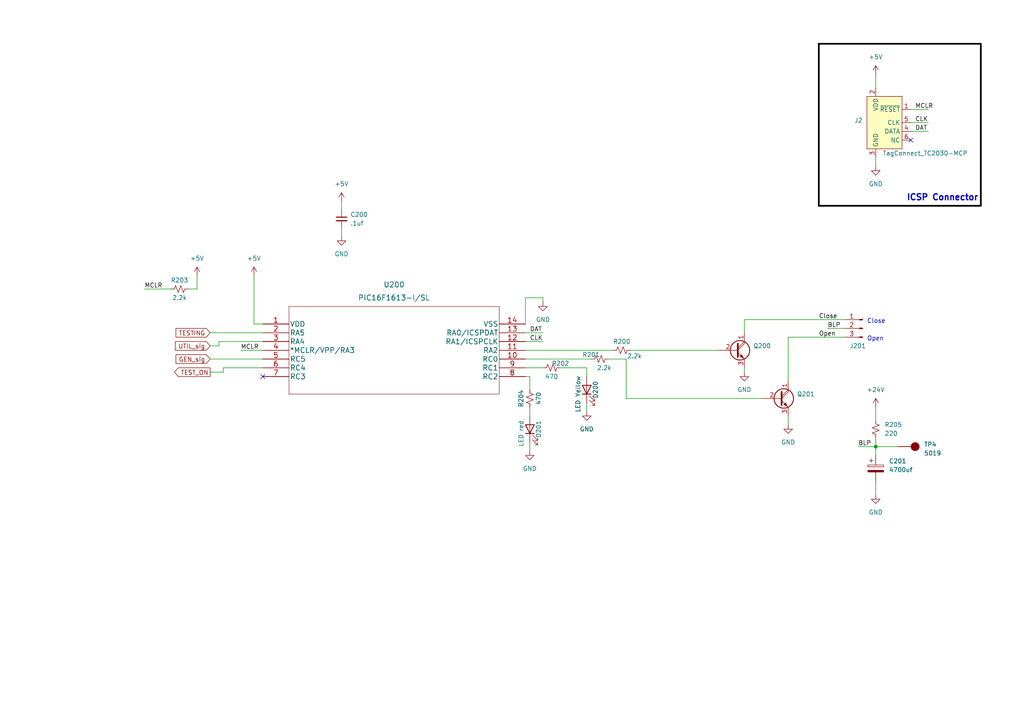
<source format=kicad_sch>
(kicad_sch (version 20230121) (generator eeschema)
  (paper "A4")
  (lib_symbols
    (symbol "AAA_JH:PIC16F1613-I{slash}SL" (pin_names (offset 0.254))
      (property "Reference" "U200" (at 38.1 11.43 0))
      (property "Value" "PIC16F1613-I/SL" (at 38.1 7.62 0))
      (symbol "PIC16F1613-I{slash}SL_1_1"
        (polyline (pts (xy 7.62 -20.32) (xy 68.58 -20.32)) (stroke (width 0.127)))
        (polyline (pts (xy 7.62 5.08) (xy 7.62 -20.32)) (stroke (width 0.127)))
        (polyline (pts (xy 68.58 -20.32) (xy 68.58 5.08)) (stroke (width 0.127)))
        (polyline (pts (xy 68.58 5.08) (xy 7.62 5.08)) (stroke (width 0.127)))
        (pin passive line (at 0 0 0) (length 7.62) (name "VDD") (number "1"))
        (pin bidirectional line (at 76.2 -10.16 180) (length 7.62) (name "RC0") (number "10"))
        (pin bidirectional line (at 76.2 -7.62 180) (length 7.62) (name "RA2") (number "11"))
        (pin bidirectional line (at 76.2 -5.08 180) (length 7.62) (name "RA1/ICSPCLK") (number "12"))
        (pin bidirectional line (at 76.2 -2.54 180) (length 7.62) (name "RA0/ICSPDAT") (number "13"))
        (pin passive line (at 76.2 0 180) (length 7.62) (name "VSS") (number "14"))
        (pin bidirectional line (at 0 -2.54 0) (length 7.62) (name "RA5") (number "2"))
        (pin bidirectional line (at 0 -5.08 0) (length 7.62) (name "RA4") (number "3"))
        (pin bidirectional line (at 0 -7.62 0) (length 7.62) (name "*MCLR/VPP/RA3") (number "4"))
        (pin bidirectional line (at 0 -10.16 0) (length 7.62) (name "RC5") (number "5"))
        (pin bidirectional line (at 0 -12.7 0) (length 7.62) (name "RC4") (number "6"))
        (pin bidirectional line (at 0 -15.24 0) (length 7.62) (name "RC3") (number "7"))
        (pin bidirectional line (at 76.2 -15.24 180) (length 7.62) (name "RC2") (number "8"))
        (pin bidirectional line (at 76.2 -12.7 180) (length 7.62) (name "RC1") (number "9"))
      )
    )
    (symbol "AAA_JH:TagConnect_TC2030-MCP" (in_bom no)
      (property "Reference" "J" (at 2.54 11.43 0))
      (property "Value" "TagConnect_TC2030-MCP" (at 2.54 8.89 0))
      (symbol "TagConnect_TC2030-MCP_0_0"
        (pin open_collector line (at 7.62 3.81 180) (length 2.54) (name "~{RESET}") (number "1"))
        (pin power_in line (at -2.54 10.16 270) (length 2.54) (name "VDD") (number "2"))
        (pin power_in line (at -2.54 -10.16 90) (length 2.54) (name "GND") (number "3"))
        (pin bidirectional line (at 7.62 -2.54 180) (length 2.54) (name "DATA") (number "4"))
        (pin output line (at 7.62 0 180) (length 2.54) (name "CLK") (number "5"))
        (pin passive line (at 7.62 -5.08 180) (length 2.54) (name "NC") (number "6"))
      )
      (symbol "TagConnect_TC2030-MCP_0_1"
        (rectangle (start -5.08 7.62) (end 5.08 -7.62) (fill (type background)))
      )
    )
    (symbol "AAA_Misc:5019" (pin_numbers hide) (pin_names (offset 1.016) hide)
      (property "Reference" "TP" (at -2.54 2.54 0))
      (property "Value" "5019" (at -2.54 -5.08 0))
      (symbol "5019_0_0"
        (circle (center 0 0) (radius 0.635) (stroke (width 1.27)))
        (pin passive line (at -5.08 0 0) (length 5.08) (name "~") (number "TP"))
      )
    )
    (symbol "Connector:Conn_01x03_Male" (pin_names (offset 1.016) hide)
      (property "Reference" "J" (at 0 5.08 0))
      (property "Value" "Conn_01x03_Male" (at 0 -5.08 0))
      (symbol "Conn_01x03_Male_1_1"
        (polyline (pts (xy 1.27 -2.54) (xy 0.8636 -2.54)) (stroke (width 0.1524)))
        (polyline (pts (xy 1.27 0) (xy 0.8636 0)) (stroke (width 0.1524)))
        (polyline (pts (xy 1.27 2.54) (xy 0.8636 2.54)) (stroke (width 0.1524)))
        (rectangle (start 0.8636 -2.413) (end 0 -2.667) (stroke (width 0.1524)) (fill (type outline)))
        (rectangle (start 0.8636 0.127) (end 0 -0.127) (stroke (width 0.1524)) (fill (type outline)))
        (rectangle (start 0.8636 2.667) (end 0 2.413) (stroke (width 0.1524)) (fill (type outline)))
        (pin passive line (at 5.08 2.54 180) (length 3.81) (name "Pin_1") (number "1"))
        (pin passive line (at 5.08 0 180) (length 3.81) (name "Pin_2") (number "2"))
        (pin passive line (at 5.08 -2.54 180) (length 3.81) (name "Pin_3") (number "3"))
      )
    )
    (symbol "Device:C_Polarized" (pin_numbers hide) (pin_names (offset 0.254))
      (property "Reference" "C" (at 0.635 2.54 0))
      (property "Value" "C_Polarized" (at 0.635 -2.54 0))
      (symbol "C_Polarized_0_1"
        (rectangle (start -2.286 0.508) (end 2.286 1.016))
        (polyline (pts (xy -1.778 2.286) (xy -0.762 2.286)))
        (polyline (pts (xy -1.27 2.794) (xy -1.27 1.778)))
        (rectangle (start 2.286 -0.508) (end -2.286 -1.016) (fill (type outline)))
      )
      (symbol "C_Polarized_1_1"
        (pin passive line (at 0 3.81 270) (length 2.794) (name "~") (number "1"))
        (pin passive line (at 0 -3.81 90) (length 2.794) (name "~") (number "2"))
      )
    )
    (symbol "Device:C_Small" (pin_numbers hide) (pin_names (offset 0.254) hide)
      (property "Reference" "C" (at 0.254 1.778 0))
      (property "Value" "C_Small" (at 0.254 -2.032 0))
      (symbol "C_Small_0_1"
        (polyline (pts (xy -1.524 -0.508) (xy 1.524 -0.508)) (stroke (width 0.3302)))
        (polyline (pts (xy -1.524 0.508) (xy 1.524 0.508)) (stroke (width 0.3048)))
      )
      (symbol "C_Small_1_1"
        (pin passive line (at 0 2.54 270) (length 2.032) (name "~") (number "1"))
        (pin passive line (at 0 -2.54 90) (length 2.032) (name "~") (number "2"))
      )
    )
    (symbol "Device:LED" (pin_numbers hide) (pin_names (offset 1.016) hide)
      (property "Reference" "D" (at 0 2.54 0))
      (property "Value" "LED" (at 0 -2.54 0))
      (symbol "LED_0_1"
        (polyline (pts (xy -1.27 -1.27) (xy -1.27 1.27)) (stroke (width 0.254)))
        (polyline (pts (xy -1.27 0) (xy 1.27 0)))
        (polyline (pts (xy 1.27 -1.27) (xy 1.27 1.27) (xy -1.27 0) (xy 1.27 -1.27)) (stroke (width 0.254)))
        (polyline (pts (xy -3.048 -0.762) (xy -4.572 -2.286) (xy -3.81 -2.286) (xy -4.572 -2.286) (xy -4.572 -1.524)))
        (polyline (pts (xy -1.778 -0.762) (xy -3.302 -2.286) (xy -2.54 -2.286) (xy -3.302 -2.286) (xy -3.302 -1.524)))
      )
      (symbol "LED_1_1"
        (pin passive line (at -3.81 0 0) (length 2.54) (name "K") (number "1"))
        (pin passive line (at 3.81 0 180) (length 2.54) (name "A") (number "2"))
      )
    )
    (symbol "Device:Q_NPN_Darlington_CBE" (pin_names (offset 0) hide)
      (property "Reference" "Q201" (at 5.08 1.2701 0))
      (symbol "Q_NPN_Darlington_CBE_0_1"
        (polyline (pts (xy 0.635 0.635) (xy 2.54 2.54)))
        (polyline (pts (xy 0.635 -0.635) (xy 2.54 -2.54) (xy 2.54 -2.54)))
        (polyline (pts (xy 0.635 0) (xy 2.54 1.905) (xy 2.54 2.54)))
        (polyline (pts (xy 0.635 1.905) (xy 0.635 -1.905) (xy 0.635 -1.905)) (stroke (width 0.508)))
        (polyline (pts (xy 1.27 -1.778) (xy 1.778 -1.27) (xy 2.286 -2.286) (xy 1.27 -1.778) (xy 1.27 -1.778)) (fill (type outline)))
        (circle (center 1.27 0) (radius 2.8194) (stroke (width 0.254)))
      )
      (symbol "Q_NPN_Darlington_CBE_1_1"
        (pin passive line (at 2.54 5.08 270) (length 2.54) (name "C") (number "1"))
        (pin input line (at -5.08 0 0) (length 5.715) (name "B") (number "2"))
        (pin passive line (at 2.54 -5.08 90) (length 2.54) (name "E") (number "3"))
      )
    )
    (symbol "Device:R_Small_US" (pin_numbers hide) (pin_names (offset 0.254) hide)
      (property "Reference" "R" (at 0.762 0.508 0))
      (property "Value" "R_Small_US" (at 0.762 -1.016 0))
      (symbol "R_Small_US_1_1"
        (polyline (pts (xy 0 0) (xy 1.016 -0.381) (xy 0 -0.762) (xy -1.016 -1.143) (xy 0 -1.524)))
        (polyline (pts (xy 0 1.524) (xy 1.016 1.143) (xy 0 0.762) (xy -1.016 0.381) (xy 0 0)))
        (pin passive line (at 0 2.54 270) (length 1.016) (name "~") (number "1"))
        (pin passive line (at 0 -2.54 90) (length 1.016) (name "~") (number "2"))
      )
    )
    (symbol "Q_NPN_Darlington_CBE_1" (pin_names (offset 0) hide)
      (property "Reference" "Q200" (at 5.08 1.2701 0))
      (symbol "Q_NPN_Darlington_CBE_1_0_1"
        (polyline (pts (xy 0.635 0.635) (xy 2.54 2.54)))
        (polyline (pts (xy 0.635 -0.635) (xy 2.54 -2.54) (xy 2.54 -2.54)))
        (polyline (pts (xy 0.635 0) (xy 2.54 1.905) (xy 2.54 2.54)))
        (polyline (pts (xy 0.635 1.905) (xy 0.635 -1.905) (xy 0.635 -1.905)) (stroke (width 0.508)))
        (polyline (pts (xy 1.27 -1.778) (xy 1.778 -1.27) (xy 2.286 -2.286) (xy 1.27 -1.778) (xy 1.27 -1.778)) (fill (type outline)))
        (circle (center 1.27 0) (radius 2.8194) (stroke (width 0.254)))
      )
      (symbol "Q_NPN_Darlington_CBE_1_1_1"
        (pin passive line (at 2.54 5.08 270) (length 2.54) (name "C") (number "1"))
        (pin input line (at -5.08 0 0) (length 5.715) (name "B") (number "2"))
        (pin passive line (at 2.54 -5.08 90) (length 2.54) (name "E") (number "3"))
      )
    )
    (symbol "power:+24V" (power) (pin_names (offset 0))
      (property "Value" "+24V" (at 0 3.556 0))
      (symbol "+24V_0_1"
        (polyline (pts (xy -0.762 1.27) (xy 0 2.54)))
        (polyline (pts (xy 0 0) (xy 0 2.54)))
        (polyline (pts (xy 0 2.54) (xy 0.762 1.27)))
      )
      (symbol "+24V_1_1"
        (pin power_in line (at 0 0 90) (length 0) hide (name "+24V") (number "1"))
      )
    )
    (symbol "power:+5V" (power) (pin_names (offset 0))
      (property "Value" "+5V" (at 0 3.556 0))
      (symbol "+5V_0_1"
        (polyline (pts (xy -0.762 1.27) (xy 0 2.54)))
        (polyline (pts (xy 0 0) (xy 0 2.54)))
        (polyline (pts (xy 0 2.54) (xy 0.762 1.27)))
      )
      (symbol "+5V_1_1"
        (pin power_in line (at 0 0 90) (length 0) hide (name "+5V") (number "1"))
      )
    )
    (symbol "power:GND" (power) (pin_names (offset 0))
      (property "Value" "GND" (at 0 -3.81 0))
      (symbol "GND_0_1"
        (polyline (pts (xy 0 0) (xy 0 -1.27) (xy 1.27 -1.27) (xy 0 -2.54) (xy -1.27 -1.27) (xy 0 -1.27)))
      )
      (symbol "GND_1_1"
        (pin power_in line (at 0 0 270) (length 0) hide (name "GND") (number "1"))
      )
    )
  )
  (junction (at 254 129.54))
  (no_connect (at 76.2 109.22))
  (no_connect (at 264.16 40.64))
  (wire (pts (xy 152.4 93.98) (xy 152.4 86.36)))
  (wire (pts (xy 240.03 95.25) (xy 245.11 95.25)))
  (wire (pts (xy 54.61 83.82) (xy 57.15 83.82)))
  (wire (pts (xy 264.16 31.75) (xy 269.24 31.75)))
  (wire (pts (xy 153.67 128.27) (xy 153.67 130.81)))
  (wire (pts (xy 99.06 66.04) (xy 99.06 68.58)))
  (wire (pts (xy 60.96 100.33) (xy 63.5 100.33)))
  (wire (pts (xy 60.96 96.52) (xy 76.2 96.52)))
  (wire (pts (xy 254 118.11) (xy 254 121.92)))
  (wire (pts (xy 248.92 129.54) (xy 254 129.54)))
  (wire (pts (xy 181.61 115.57) (xy 181.61 104.14)))
  (wire (pts (xy 153.67 118.11) (xy 153.67 120.65)))
  (wire (pts (xy 152.4 101.6) (xy 177.8 101.6)))
  (wire (pts (xy 152.4 96.52) (xy 157.48 96.52)))
  (wire (pts (xy 254 21.59) (xy 254 25.4)))
  (wire (pts (xy 152.4 109.22) (xy 153.67 109.22)))
  (wire (pts (xy 57.15 83.82) (xy 57.15 80.01)))
  (wire (pts (xy 157.48 86.36) (xy 157.48 87.63)))
  (wire (pts (xy 264.16 38.1) (xy 269.24 38.1)))
  (wire (pts (xy 254 139.7) (xy 254 143.51)))
  (wire (pts (xy 162.56 106.68) (xy 170.18 106.68)))
  (wire (pts (xy 99.06 58.42) (xy 99.06 60.96)))
  (wire (pts (xy 215.9 92.71) (xy 245.11 92.71)))
  (wire (pts (xy 152.4 106.68) (xy 157.48 106.68)))
  (wire (pts (xy 228.6 120.65) (xy 228.6 123.19)))
  (wire (pts (xy 228.6 110.49) (xy 228.6 97.79)))
  (wire (pts (xy 63.5 100.33) (xy 63.5 99.06)))
  (wire (pts (xy 170.18 116.84) (xy 170.18 119.38)))
  (wire (pts (xy 76.2 106.68) (xy 64.77 106.68)))
  (wire (pts (xy 228.6 97.79) (xy 245.11 97.79)))
  (wire (pts (xy 152.4 86.36) (xy 157.48 86.36)))
  (wire (pts (xy 182.88 101.6) (xy 208.28 101.6)))
  (wire (pts (xy 254 127) (xy 254 129.54)))
  (wire (pts (xy 73.66 93.98) (xy 76.2 93.98)))
  (wire (pts (xy 254 129.54) (xy 260.35 129.54)))
  (wire (pts (xy 254 45.72) (xy 254 48.26)))
  (wire (pts (xy 254 129.54) (xy 254 132.08)))
  (wire (pts (xy 153.67 109.22) (xy 153.67 113.03)))
  (wire (pts (xy 215.9 96.52) (xy 215.9 92.71)))
  (wire (pts (xy 41.91 83.82) (xy 49.53 83.82)))
  (wire (pts (xy 264.16 35.56) (xy 269.24 35.56)))
  (wire (pts (xy 64.77 107.95) (xy 60.96 107.95)))
  (wire (pts (xy 63.5 99.06) (xy 76.2 99.06)))
  (wire (pts (xy 60.96 104.14) (xy 76.2 104.14)))
  (wire (pts (xy 170.18 106.68) (xy 170.18 109.22)))
  (wire (pts (xy 152.4 99.06) (xy 157.48 99.06)))
  (wire (pts (xy 64.77 106.68) (xy 64.77 107.95)))
  (wire (pts (xy 73.66 80.01) (xy 73.66 93.98)))
  (wire (pts (xy 176.53 104.14) (xy 181.61 104.14)))
  (wire (pts (xy 220.98 115.57) (xy 181.61 115.57)))
  (wire (pts (xy 152.4 104.14) (xy 171.45 104.14)))
  (wire (pts (xy 69.85 101.6) (xy 76.2 101.6)))
  (wire (pts (xy 215.9 106.68) (xy 215.9 107.95)))
  (rectangle (start 237.49 12.7) (end 284.48 59.69) (stroke (width 0.5) (color 0 0 0 1)))
  (text "Open" (at 251.46 99.06 0) (effects (font (size 1.27 1.27)) (justify left bottom)))
  (text "Close" (at 251.46 93.98 0) (effects (font (size 1.27 1.27)) (justify left bottom)))
  (text "ICSP Connector" (at 262.89 58.42 0) (effects (font (size 1.75 1.75) (thickness 0.35) bold) (justify left bottom)))
  (label "BLP" (at 248.92 129.54 0))
  (label "Close" (at 237.49 92.71 0))
  (label "MCLR" (at 41.91 83.82 0))
  (label "CLK" (at 153.67 99.06 0))
  (label "MCLR" (at 265.43 31.75 0))
  (label "DAT" (at 265.43 38.1 0))
  (label "DAT" (at 153.67 96.52 0))
  (label "Open" (at 237.49 97.79 0))
  (label "CLK" (at 265.43 35.56 0))
  (label "BLP" (at 240.03 95.25 0))
  (label "MCLR" (at 69.85 101.6 0))
  (global_label "UTIL_sig" (shape input) (at 60.96 100.33 180) (property "Intersheetrefs" "${INTERSHEET_REFS}" (effects hide)))
  (global_label "GEN_sig" (shape input) (at 60.96 104.14 180) (property "Intersheetrefs" "${INTERSHEET_REFS}" (effects hide)))
  (global_label "TESTING" (shape input) (at 60.96 96.52 180) (property "Intersheetrefs" "${INTERSHEET_REFS}" (effects hide)))
  (global_label "TEST_ON" (shape output) (at 60.96 107.95 180) (property "Intersheetrefs" "${INTERSHEET_REFS}" (effects hide)))
  (symbol (lib_id "Device:R_Small_US") (at 180.34 101.6 90) (unit 1)
    (property "Reference" "R200" (at 180.34 99.06 90))
    (property "Value" "2.2k" (at 184.0294 103.2594 90))
    (property "Footprint" "Resistor_SMD:R_0603_1608Metric_Pad0.98x0.95mm_HandSolder" (effects hide))
  )
  (symbol (lib_id "AAA_JH:PIC16F1613-I{slash}SL") (at 76.2 93.98 0) (unit 1)
    (property "Reference" "U200" (at 114.3 82.55 0) (effects (font (size 1.524 1.524))))
    (property "Value" "PIC16F1613-I/SL" (at 114.3 86.36 0) (effects (font (size 1.524 1.524))))
    (property "Footprint" "Package_SO:SOIC-14_3.9x8.7mm_P1.27mm" (effects hide))
    (property "Datasheet" "https://ww1.microchip.com/downloads/en/DeviceDoc/40001745A.pdf" (effects hide))
    (property "Digi-Key" "PIC16F1613-I/SL-ND" (effects hide))
  )
  (symbol (lib_id "power:+5V") (at 73.66 80.01 0) (unit 1)
    (property "Reference" "#PWR010" (effects hide))
    (property "Value" "+5V" (at 73.66 74.93 0))
  )
  (symbol (lib_id "Device:R_Small_US") (at 153.67 115.57 180) (unit 1)
    (property "Reference" "R204" (at 151.13 115.57 90))
    (property "Value" "470" (at 156.21 115.57 90))
    (property "Footprint" "Resistor_SMD:R_0805_2012Metric_Pad1.20x1.40mm_HandSolder" (effects hide))
  )
  (symbol (lib_id "power:+5V") (at 99.06 58.42 0) (unit 1)
    (property "Reference" "#PWR0105" (effects hide))
    (property "Value" "+5V" (at 99.06 53.34 0))
  )
  (symbol (lib_id "power:GND") (at 153.67 130.81 0) (unit 1)
    (property "Reference" "#PWR0107" (effects hide))
    (property "Value" "GND" (at 153.67 135.89 0))
  )
  (symbol (lib_id "power:+24V") (at 254 118.11 0) (unit 1)
    (property "Reference" "#PWR0109" (effects hide))
    (property "Value" "+24V" (at 254 113.03 0))
  )
  (symbol (lib_id "Device:R_Small_US") (at 254 124.46 0) (unit 1)
    (property "Reference" "R205" (at 256.54 123.1899 0) (effects (justify left)))
    (property "Value" "220" (at 256.54 125.7299 0) (effects (justify left)))
    (property "Footprint" "Resistor_SMD:R_0805_2012Metric_Pad1.20x1.40mm_HandSolder" (effects hide))
  )
  (symbol (lib_id "Connector:Conn_01x03_Male") (at 250.19 95.25 0) (mirror y) (unit 1)
    (property "Reference" "J201" (at 246.38 100.33 0) (effects (justify right)))
    (property "Value" "Conn_01x03_Male" (effects hide))
    (property "Footprint" "Connector_PinHeader_2.54mm:PinHeader_1x03_P2.54mm_Vertical" (effects hide))
  )
  (symbol (lib_id "Device:C_Small") (at 99.06 63.5 0) (unit 1)
    (property "Reference" "C200" (at 101.6 62.2362 0) (effects (justify left)))
    (property "Value" ".1uf" (at 101.6 64.7762 0) (effects (justify left)))
    (property "Footprint" "Capacitor_SMD:C_0603_1608Metric_Pad1.08x0.95mm_HandSolder" (effects hide))
  )
  (symbol (lib_id "Device:R_Small_US") (at 160.02 106.68 90) (unit 1)
    (property "Reference" "R202" (at 162.56 105.41 90))
    (property "Value" "470" (at 160.02 109.22 90))
    (property "Footprint" "Resistor_SMD:R_0805_2012Metric_Pad1.20x1.40mm_HandSolder" (effects hide))
  )
  (symbol (lib_id "power:GND") (at 99.06 68.58 0) (unit 1)
    (property "Reference" "#PWR0106" (effects hide))
    (property "Value" "GND" (at 99.06 73.66 0))
  )
  (symbol (lib_id "Device:LED") (at 170.18 113.03 90) (unit 1)
    (property "Reference" "D200" (at 172.72 113.03 0))
    (property "Value" "LED Yellow" (at 167.64 114.3 0))
    (property "Footprint" "LED_SMD:LED_0603_1608Metric_Pad1.05x0.95mm_HandSolder" (effects hide))
  )
  (symbol (lib_id "Device:Q_NPN_Darlington_CBE") (at 226.06 115.57 0) (unit 1)
    (property "Reference" "Q201" (at 231.14 114.2999 0) (effects (justify left)))
    (property "Value" "Q_NPN_Darlington_CBE" (effects hide))
    (property "Footprint" "Package_TO_SOT_SMD:SOT-223-3_TabPin2" (effects hide))
    (property "Datasheet" "https://www.diodes.com/assets/Datasheets/FZT600A.pdf" (effects hide))
    (property "Digi-Key" "FZT600BCT-ND" (effects hide))
  )
  (symbol (lib_id "power:GND") (at 254 48.26 0) (unit 1)
    (property "Reference" "#PWR013" (effects hide))
    (property "Value" "GND" (at 254 53.34 0))
  )
  (symbol (lib_name "Q_NPN_Darlington_CBE_1") (lib_id "Device:Q_NPN_Darlington_CBE") (at 213.36 101.6 0) (unit 1)
    (property "Reference" "Q200" (at 218.44 100.3299 0) (effects (justify left)))
    (property "Value" "Q_NPN_Darlington_CBE" (effects hide))
    (property "Footprint" "Package_TO_SOT_SMD:SOT-223-3_TabPin2" (effects hide))
    (property "Datasheet" "https://www.diodes.com/assets/Datasheets/FZT600A.pdf" (effects hide))
    (property "Digi-Key" "FZT600BCT-ND" (effects hide))
  )
  (symbol (lib_id "AAA_Misc:5019") (at 265.43 129.54 0) (unit 1)
    (property "Reference" "TP4" (at 267.97 128.905 0) (effects (justify left)))
    (property "Value" "5019" (at 267.97 131.445 0) (effects (justify left)))
    (property "Footprint" "AAA_Misc:KEYSTONE_5019" (effects hide))
    (property "PARTREV" "D" (effects hide))
    (property "STANDARD" "Manufacturer Recommendations" (effects hide))
    (property "MAXIMUM_PACKAGE_HEIGHT" "2.29 mm" (effects hide))
    (property "MANUFACTURER" "Keystone Electronics" (effects hide))
    (property "SNAPEDA_PN" "5019" (effects hide))
  )
  (symbol (lib_id "power:GND") (at 254 143.51 0) (unit 1)
    (property "Reference" "#PWR0111" (effects hide))
    (property "Value" "GND" (at 254 148.59 0))
  )
  (symbol (lib_id "Device:LED") (at 153.67 124.46 90) (unit 1)
    (property "Reference" "D201" (at 156.21 124.46 0))
    (property "Value" "LED red" (at 151.13 125.73 0))
    (property "Footprint" "LED_SMD:LED_0603_1608Metric_Pad1.05x0.95mm_HandSolder" (effects hide))
  )
  (symbol (lib_id "Device:C_Polarized") (at 254 135.89 0) (unit 1)
    (property "Reference" "C201" (at 257.81 133.7309 0) (effects (justify left)))
    (property "Value" "4700uf" (at 257.81 136.2709 0) (effects (justify left)))
    (property "Footprint" "Capacitor_THT:CP_Radial_D25.0mm_P10.00mm_SnapIn" (effects hide))
  )
  (symbol (lib_id "Device:R_Small_US") (at 52.07 83.82 90) (unit 1)
    (property "Reference" "R203" (at 52.07 81.28 90))
    (property "Value" "2.2k" (at 52.07 86.36 90))
    (property "Footprint" "Resistor_SMD:R_0603_1608Metric_Pad0.98x0.95mm_HandSolder" (effects hide))
  )
  (symbol (lib_id "power:+5V") (at 254 21.59 0) (unit 1)
    (property "Reference" "#PWR012" (effects hide))
    (property "Value" "+5V" (at 254 16.51 0))
  )
  (symbol (lib_id "Device:R_Small_US") (at 173.99 104.14 90) (unit 1)
    (property "Reference" "R201" (at 171.45 102.87 90))
    (property "Value" "2.2k" (at 175.26 106.68 90))
    (property "Footprint" "Resistor_SMD:R_0603_1608Metric_Pad0.98x0.95mm_HandSolder" (effects hide))
  )
  (symbol (lib_id "AAA_JH:TagConnect_TC2030-MCP") (at 256.54 35.56 0) (unit 1) (in_bom no)
    (property "Reference" "J2" (at 250.19 34.925 0) (effects (justify right)))
    (property "Value" "TagConnect_TC2030-MCP" (at 280.67 44.45 0) (effects (justify right)))
    (property "Footprint" "Connector:Tag-Connect_TC2030-IDC-NL_2x03_P1.27mm_Vertical" (effects hide))
    (property "Datasheet" "https://www.tag-connect.com/wp-content/uploads/bsk-pdf-manager/TC2030-CTX_1.pdf" (effects hide))
  )
  (symbol (lib_id "power:GND") (at 157.48 87.63 0) (unit 1)
    (property "Reference" "#PWR011" (effects hide))
    (property "Value" "GND" (at 157.48 92.71 0))
  )
  (symbol (lib_id "power:+5V") (at 57.15 80.01 0) (unit 1)
    (property "Reference" "#PWR0104" (effects hide))
    (property "Value" "+5V" (at 57.15 74.93 0))
  )
  (symbol (lib_id "power:GND") (at 228.6 123.19 0) (unit 1)
    (property "Reference" "#PWR0110" (effects hide))
    (property "Value" "GND" (at 228.6 128.27 0))
  )
  (symbol (lib_id "power:GND") (at 170.18 119.38 0) (unit 1)
    (property "Reference" "#PWR0101" (effects hide))
    (property "Value" "GND" (at 170.18 124.46 0))
  )
  (symbol (lib_id "power:GND") (at 215.9 107.95 0) (unit 1)
    (property "Reference" "#PWR0108" (effects hide))
    (property "Value" "GND" (at 215.9 113.03 0))
  )
)
</source>
